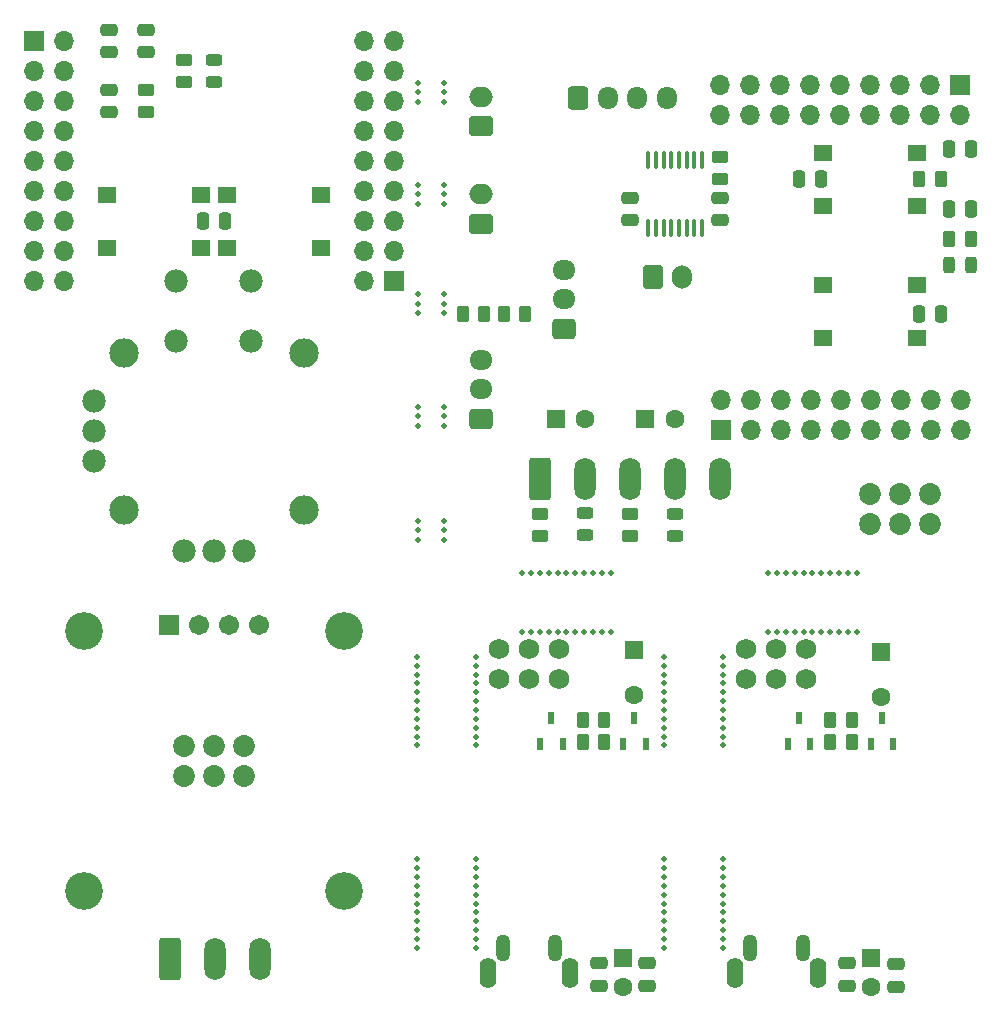
<source format=gbs>
G04 #@! TF.GenerationSoftware,KiCad,Pcbnew,6.0.11+dfsg-1*
G04 #@! TF.CreationDate,2024-10-22T12:26:55+02:00*
G04 #@! TF.ProjectId,kaarten_shieter,6b616172-7465-46e5-9f73-686965746572,rev?*
G04 #@! TF.SameCoordinates,Original*
G04 #@! TF.FileFunction,Soldermask,Bot*
G04 #@! TF.FilePolarity,Negative*
%FSLAX46Y46*%
G04 Gerber Fmt 4.6, Leading zero omitted, Abs format (unit mm)*
G04 Created by KiCad (PCBNEW 6.0.11+dfsg-1) date 2024-10-22 12:26:55*
%MOMM*%
%LPD*%
G01*
G04 APERTURE LIST*
G04 Aperture macros list*
%AMRoundRect*
0 Rectangle with rounded corners*
0 $1 Rounding radius*
0 $2 $3 $4 $5 $6 $7 $8 $9 X,Y pos of 4 corners*
0 Add a 4 corners polygon primitive as box body*
4,1,4,$2,$3,$4,$5,$6,$7,$8,$9,$2,$3,0*
0 Add four circle primitives for the rounded corners*
1,1,$1+$1,$2,$3*
1,1,$1+$1,$4,$5*
1,1,$1+$1,$6,$7*
1,1,$1+$1,$8,$9*
0 Add four rect primitives between the rounded corners*
20,1,$1+$1,$2,$3,$4,$5,0*
20,1,$1+$1,$4,$5,$6,$7,0*
20,1,$1+$1,$6,$7,$8,$9,0*
20,1,$1+$1,$8,$9,$2,$3,0*%
G04 Aperture macros list end*
%ADD10R,1.700000X1.700000*%
%ADD11O,1.700000X1.700000*%
%ADD12C,0.500000*%
%ADD13R,1.600000X1.600000*%
%ADD14C,1.600000*%
%ADD15RoundRect,0.250000X-0.650000X-1.550000X0.650000X-1.550000X0.650000X1.550000X-0.650000X1.550000X0*%
%ADD16O,1.800000X3.600000*%
%ADD17C,1.982000*%
%ADD18C,2.490000*%
%ADD19C,1.734000*%
%ADD20RoundRect,0.102000X-0.754000X-0.754000X0.754000X-0.754000X0.754000X0.754000X-0.754000X0.754000X0*%
%ADD21C,1.712000*%
%ADD22C,3.204000*%
%ADD23RoundRect,0.250000X-0.600000X-0.725000X0.600000X-0.725000X0.600000X0.725000X-0.600000X0.725000X0*%
%ADD24O,1.700000X1.950000*%
%ADD25RoundRect,0.250000X0.725000X-0.600000X0.725000X0.600000X-0.725000X0.600000X-0.725000X-0.600000X0*%
%ADD26O,1.950000X1.700000*%
%ADD27O,1.404000X2.604000*%
%ADD28O,1.254000X2.304000*%
%ADD29RoundRect,0.250000X-0.600000X-0.750000X0.600000X-0.750000X0.600000X0.750000X-0.600000X0.750000X0*%
%ADD30O,1.700000X2.000000*%
%ADD31RoundRect,0.250000X0.750000X-0.600000X0.750000X0.600000X-0.750000X0.600000X-0.750000X-0.600000X0*%
%ADD32O,2.000000X1.700000*%
%ADD33C,1.854000*%
%ADD34RoundRect,0.250000X0.250000X0.475000X-0.250000X0.475000X-0.250000X-0.475000X0.250000X-0.475000X0*%
%ADD35RoundRect,0.243750X-0.243750X-0.456250X0.243750X-0.456250X0.243750X0.456250X-0.243750X0.456250X0*%
%ADD36RoundRect,0.250000X0.262500X0.450000X-0.262500X0.450000X-0.262500X-0.450000X0.262500X-0.450000X0*%
%ADD37RoundRect,0.250000X-0.250000X-0.475000X0.250000X-0.475000X0.250000X0.475000X-0.250000X0.475000X0*%
%ADD38RoundRect,0.250000X0.475000X-0.250000X0.475000X0.250000X-0.475000X0.250000X-0.475000X-0.250000X0*%
%ADD39R,1.600000X1.400000*%
%ADD40RoundRect,0.250000X-0.450000X0.262500X-0.450000X-0.262500X0.450000X-0.262500X0.450000X0.262500X0*%
%ADD41RoundRect,0.250000X-0.262500X-0.450000X0.262500X-0.450000X0.262500X0.450000X-0.262500X0.450000X0*%
%ADD42R,0.600000X1.050000*%
%ADD43RoundRect,0.250000X-0.475000X0.250000X-0.475000X-0.250000X0.475000X-0.250000X0.475000X0.250000X0*%
%ADD44RoundRect,0.100000X-0.100000X0.637500X-0.100000X-0.637500X0.100000X-0.637500X0.100000X0.637500X0*%
%ADD45RoundRect,0.243750X-0.456250X0.243750X-0.456250X-0.243750X0.456250X-0.243750X0.456250X0.243750X0*%
G04 APERTURE END LIST*
D10*
X111441000Y-41780250D03*
D11*
X111441000Y-44320250D03*
X108901000Y-41780250D03*
X108901000Y-44320250D03*
X106361000Y-41780250D03*
X106361000Y-44320250D03*
X103821000Y-41780250D03*
X103821000Y-44320250D03*
X101281000Y-41780250D03*
X101281000Y-44320250D03*
X98741000Y-41780250D03*
X98741000Y-44320250D03*
X96201000Y-41780250D03*
X96201000Y-44320250D03*
X93661000Y-41780250D03*
X93661000Y-44320250D03*
X91121000Y-41780250D03*
X91121000Y-44320250D03*
D12*
X65575000Y-79502000D03*
X65575000Y-78702000D03*
X67775000Y-78702000D03*
X67775000Y-80302000D03*
X67775000Y-79502000D03*
X65575000Y-80302000D03*
X65445000Y-96980000D03*
X70445000Y-93230000D03*
X70445000Y-91730000D03*
X65445000Y-90230000D03*
X70445000Y-93980000D03*
X65445000Y-96230000D03*
X65445000Y-94730000D03*
X70445000Y-90230000D03*
X70445000Y-94730000D03*
X70445000Y-96980000D03*
X70445000Y-96980000D03*
X70445000Y-92480000D03*
X65445000Y-90980000D03*
X65445000Y-93980000D03*
X70445000Y-97730000D03*
X65445000Y-96980000D03*
X70445000Y-90980000D03*
X65445000Y-97730000D03*
X65445000Y-91730000D03*
X70445000Y-96230000D03*
X65445000Y-95480000D03*
X70445000Y-95480000D03*
X65445000Y-92480000D03*
X65445000Y-93230000D03*
D13*
X83820000Y-89683792D03*
D14*
X83820000Y-93483792D03*
D12*
X65445000Y-114875000D03*
X65445000Y-114125000D03*
X65445000Y-107375000D03*
X65445000Y-114125000D03*
X65445000Y-111875000D03*
X65445000Y-113375000D03*
X65445000Y-108125000D03*
X70445000Y-111125000D03*
X70445000Y-107375000D03*
X70445000Y-110375000D03*
X70445000Y-108125000D03*
X70445000Y-114125000D03*
X65445000Y-112625000D03*
X70445000Y-111875000D03*
X70445000Y-109625000D03*
X65445000Y-108875000D03*
X70445000Y-114875000D03*
X65445000Y-110375000D03*
X70445000Y-113375000D03*
X65445000Y-111125000D03*
X65445000Y-109625000D03*
X70445000Y-108875000D03*
X70445000Y-114125000D03*
X70445000Y-112625000D03*
X91400000Y-96980000D03*
X91400000Y-94730000D03*
X86400000Y-95480000D03*
X86400000Y-92480000D03*
X86400000Y-93980000D03*
X91400000Y-90980000D03*
X86400000Y-90980000D03*
X91400000Y-96230000D03*
X86400000Y-96230000D03*
X86400000Y-94730000D03*
X91400000Y-93230000D03*
X86400000Y-90230000D03*
X91400000Y-97730000D03*
X91400000Y-93980000D03*
X86400000Y-96980000D03*
X91400000Y-95480000D03*
X91400000Y-96980000D03*
X86400000Y-93230000D03*
X91400000Y-92480000D03*
X91400000Y-91730000D03*
X86400000Y-96980000D03*
X91400000Y-90230000D03*
X86400000Y-97730000D03*
X86400000Y-91730000D03*
X65575000Y-42418000D03*
X65575000Y-41618000D03*
X67775000Y-41618000D03*
X67775000Y-43218000D03*
X67775000Y-42418000D03*
X65575000Y-43218000D03*
D10*
X63500000Y-58420000D03*
D11*
X60960000Y-58420000D03*
X63500000Y-55880000D03*
X60960000Y-55880000D03*
X63500000Y-53340000D03*
X60960000Y-53340000D03*
X63500000Y-50800000D03*
X60960000Y-50800000D03*
X63500000Y-48260000D03*
X60960000Y-48260000D03*
X63500000Y-45720000D03*
X60960000Y-45720000D03*
X63500000Y-43180000D03*
X60960000Y-43180000D03*
X63500000Y-40640000D03*
X60960000Y-40640000D03*
X63500000Y-38100000D03*
X60960000Y-38100000D03*
D15*
X44560000Y-115775000D03*
D16*
X48370000Y-115775000D03*
X52180000Y-115775000D03*
D17*
X45085000Y-58438372D03*
X51435000Y-58438372D03*
X45085000Y-63518372D03*
X51435000Y-63518372D03*
X45720000Y-81298372D03*
X48260000Y-81298372D03*
X50800000Y-81298372D03*
D18*
X40640000Y-64470872D03*
X40640000Y-77805872D03*
X55880000Y-77805872D03*
X55880000Y-64470872D03*
D17*
X38100000Y-68598372D03*
X38100000Y-71138372D03*
X38100000Y-73678372D03*
D19*
X98425000Y-89535000D03*
X98425000Y-92075000D03*
X95885000Y-89535000D03*
X95885000Y-92075000D03*
X93345000Y-89535000D03*
X93345000Y-92075000D03*
D12*
X65575000Y-69850000D03*
X65575000Y-69050000D03*
X67775000Y-69050000D03*
X67775000Y-70650000D03*
X67775000Y-69850000D03*
X65575000Y-70650000D03*
D13*
X77191000Y-70104000D03*
D14*
X79691000Y-70104000D03*
D20*
X44450000Y-87560000D03*
D21*
X46990000Y-87560000D03*
X49530000Y-87560000D03*
X52070000Y-87560000D03*
D22*
X37260000Y-88060000D03*
X59260000Y-88060000D03*
X59260000Y-110060000D03*
X37260000Y-110060000D03*
D12*
X101933000Y-83098000D03*
X102683000Y-88098000D03*
X95933000Y-88098000D03*
X97433000Y-88098000D03*
X100433000Y-83098000D03*
X101933000Y-88098000D03*
X101183000Y-88098000D03*
X95933000Y-83098000D03*
X95183000Y-83098000D03*
X95183000Y-88098000D03*
X96683000Y-83098000D03*
X101933000Y-83098000D03*
X99683000Y-88098000D03*
X97433000Y-83098000D03*
X96683000Y-88098000D03*
X98183000Y-83098000D03*
X98183000Y-88098000D03*
X101933000Y-88098000D03*
X99683000Y-83098000D03*
X100433000Y-88098000D03*
X101183000Y-83098000D03*
X98933000Y-83098000D03*
X98933000Y-88098000D03*
X102683000Y-83098000D03*
D19*
X77470000Y-89535000D03*
X77470000Y-92075000D03*
X74930000Y-89535000D03*
X74930000Y-92075000D03*
X72390000Y-89535000D03*
X72390000Y-92075000D03*
D23*
X79116000Y-42909000D03*
D24*
X81616000Y-42909000D03*
X84116000Y-42909000D03*
X86616000Y-42909000D03*
D25*
X77896000Y-62444000D03*
D26*
X77896000Y-59944000D03*
X77896000Y-57444000D03*
D13*
X104775000Y-89803792D03*
D14*
X104775000Y-93603792D03*
D27*
X92385000Y-116959250D03*
D28*
X93660000Y-114859250D03*
D27*
X99385000Y-116959250D03*
D28*
X98110000Y-114859250D03*
D13*
X103875000Y-115702500D03*
D14*
X103875000Y-118202500D03*
D29*
X85406000Y-58039000D03*
D30*
X87906000Y-58039000D03*
D13*
X82920000Y-115702500D03*
D14*
X82920000Y-118202500D03*
D31*
X70911000Y-45319000D03*
D32*
X70911000Y-42819000D03*
D13*
X84771000Y-70104000D03*
D14*
X87271000Y-70104000D03*
D15*
X75881000Y-75184000D03*
D16*
X79691000Y-75184000D03*
X83501000Y-75184000D03*
X87311000Y-75184000D03*
X91121000Y-75184000D03*
D10*
X91181000Y-70995250D03*
D11*
X91181000Y-68455250D03*
X93721000Y-70995250D03*
X93721000Y-68455250D03*
X96261000Y-70995250D03*
X96261000Y-68455250D03*
X98801000Y-70995250D03*
X98801000Y-68455250D03*
X101341000Y-70995250D03*
X101341000Y-68455250D03*
X103881000Y-70995250D03*
X103881000Y-68455250D03*
X106421000Y-70995250D03*
X106421000Y-68455250D03*
X108961000Y-70995250D03*
X108961000Y-68455250D03*
X111501000Y-70995250D03*
X111501000Y-68455250D03*
D10*
X33020000Y-38100000D03*
D11*
X35560000Y-38100000D03*
X33020000Y-40640000D03*
X35560000Y-40640000D03*
X33020000Y-43180000D03*
X35560000Y-43180000D03*
X33020000Y-45720000D03*
X35560000Y-45720000D03*
X33020000Y-48260000D03*
X35560000Y-48260000D03*
X33020000Y-50800000D03*
X35560000Y-50800000D03*
X33020000Y-53340000D03*
X35560000Y-53340000D03*
X33020000Y-55880000D03*
X35560000Y-55880000D03*
X33020000Y-58420000D03*
X35560000Y-58420000D03*
D12*
X91400000Y-110375000D03*
X86400000Y-111125000D03*
X91400000Y-114125000D03*
X91400000Y-113375000D03*
X91400000Y-107375000D03*
X91400000Y-112625000D03*
X91400000Y-111875000D03*
X91400000Y-111125000D03*
X86400000Y-111875000D03*
X86400000Y-114875000D03*
X91400000Y-114125000D03*
X86400000Y-112625000D03*
X91400000Y-108875000D03*
X86400000Y-114125000D03*
X86400000Y-114125000D03*
X86400000Y-113375000D03*
X91400000Y-108125000D03*
X86400000Y-110375000D03*
X91400000Y-114875000D03*
X86400000Y-109625000D03*
X86400000Y-107375000D03*
X86400000Y-108125000D03*
X91400000Y-109625000D03*
X86400000Y-108875000D03*
D27*
X71430000Y-116959250D03*
D28*
X72705000Y-114859250D03*
D27*
X78430000Y-116959250D03*
D28*
X77155000Y-114859250D03*
D25*
X70911000Y-70064000D03*
D26*
X70911000Y-67564000D03*
X70911000Y-65064000D03*
D12*
X75855000Y-88098000D03*
X79605000Y-83098000D03*
X78855000Y-88098000D03*
X80355000Y-88098000D03*
X81105000Y-88098000D03*
X81855000Y-83098000D03*
X75855000Y-83098000D03*
X81105000Y-83098000D03*
X80355000Y-83098000D03*
X75105000Y-88098000D03*
X78855000Y-83098000D03*
X77355000Y-88098000D03*
X76605000Y-88098000D03*
X75105000Y-83098000D03*
X81105000Y-83098000D03*
X77355000Y-83098000D03*
X74355000Y-88098000D03*
X74355000Y-83098000D03*
X78105000Y-88098000D03*
X79605000Y-88098000D03*
X78105000Y-83098000D03*
X81105000Y-88098000D03*
X81855000Y-88098000D03*
X76605000Y-83098000D03*
D31*
X70911000Y-53574000D03*
D32*
X70911000Y-51074000D03*
D12*
X65575000Y-60325000D03*
X65575000Y-59525000D03*
X67775000Y-59525000D03*
X67775000Y-61125000D03*
X67775000Y-60325000D03*
X65575000Y-61125000D03*
X65575000Y-51054000D03*
X65575000Y-50254000D03*
X67775000Y-50254000D03*
X67775000Y-51854000D03*
X67775000Y-51054000D03*
X65575000Y-51854000D03*
D33*
X108901000Y-76454000D03*
X108901000Y-78994000D03*
X106361000Y-76454000D03*
X106361000Y-78994000D03*
X103821000Y-76454000D03*
X103821000Y-78994000D03*
D34*
X99691000Y-49784000D03*
X97791000Y-49784000D03*
X109851000Y-61214000D03*
X107951000Y-61214000D03*
D33*
X45720000Y-97790000D03*
X45720000Y-100330000D03*
X48260000Y-97790000D03*
X48260000Y-100330000D03*
X50800000Y-97790000D03*
X50800000Y-100330000D03*
D35*
X110503500Y-57035250D03*
X112378500Y-57035250D03*
D36*
X102258500Y-97459800D03*
X100433500Y-97459800D03*
D37*
X110491000Y-52324000D03*
X112391000Y-52324000D03*
D38*
X39390000Y-39050000D03*
X39390000Y-37150000D03*
D39*
X47180000Y-51090000D03*
X39180000Y-51090000D03*
X47180000Y-55590000D03*
X39180000Y-55590000D03*
D40*
X75881000Y-78146500D03*
X75881000Y-79971500D03*
D41*
X69341000Y-61214000D03*
X71166000Y-61214000D03*
D39*
X57340000Y-55590000D03*
X49340000Y-55590000D03*
X57340000Y-51090000D03*
X49340000Y-51090000D03*
D40*
X45720000Y-39727500D03*
X45720000Y-41552500D03*
D34*
X49210000Y-53340000D03*
X47310000Y-53340000D03*
D37*
X110491000Y-47244000D03*
X112391000Y-47244000D03*
D42*
X98740000Y-97620000D03*
X96840000Y-97620000D03*
X97790000Y-95420000D03*
D41*
X79478500Y-95554800D03*
X81303500Y-95554800D03*
X110528500Y-54864000D03*
X112353500Y-54864000D03*
D43*
X84919760Y-116169638D03*
X84919760Y-118069638D03*
X39390000Y-42230000D03*
X39390000Y-44130000D03*
D44*
X85036000Y-48191500D03*
X85686000Y-48191500D03*
X86336000Y-48191500D03*
X86986000Y-48191500D03*
X87636000Y-48191500D03*
X88286000Y-48191500D03*
X88936000Y-48191500D03*
X89586000Y-48191500D03*
X89586000Y-53916500D03*
X88936000Y-53916500D03*
X88286000Y-53916500D03*
X87636000Y-53916500D03*
X86986000Y-53916500D03*
X86336000Y-53916500D03*
X85686000Y-53916500D03*
X85036000Y-53916500D03*
D43*
X91121000Y-51374000D03*
X91121000Y-53274000D03*
X106006000Y-116242500D03*
X106006000Y-118142500D03*
D40*
X83501000Y-78146500D03*
X83501000Y-79971500D03*
D38*
X42555000Y-39050000D03*
X42555000Y-37150000D03*
D36*
X81303500Y-97459800D03*
X79478500Y-97459800D03*
D45*
X48260000Y-39702500D03*
X48260000Y-41577500D03*
X79691000Y-78056500D03*
X79691000Y-79931500D03*
D39*
X99821000Y-52034000D03*
X107821000Y-52034000D03*
X99821000Y-47534000D03*
X107821000Y-47534000D03*
D42*
X105770000Y-97620000D03*
X103870000Y-97620000D03*
X104820000Y-95420000D03*
D41*
X100433500Y-95554800D03*
X102258500Y-95554800D03*
D39*
X107821000Y-63234000D03*
X99821000Y-63234000D03*
X99821000Y-58734000D03*
X107821000Y-58734000D03*
D40*
X91121000Y-47941500D03*
X91121000Y-49766500D03*
D36*
X109813500Y-49784000D03*
X107988500Y-49784000D03*
D43*
X80879760Y-116169637D03*
X80879760Y-118069637D03*
D45*
X87311000Y-78121500D03*
X87311000Y-79996500D03*
D38*
X83501000Y-53274000D03*
X83501000Y-51374000D03*
D42*
X84815000Y-97620000D03*
X82915000Y-97620000D03*
X83865000Y-95420000D03*
D41*
X72786000Y-61214000D03*
X74611000Y-61214000D03*
D42*
X77785000Y-97620000D03*
X75885000Y-97620000D03*
X76835000Y-95420000D03*
D40*
X42555000Y-42267500D03*
X42555000Y-44092500D03*
D43*
X101834760Y-116169637D03*
X101834760Y-118069637D03*
M02*

</source>
